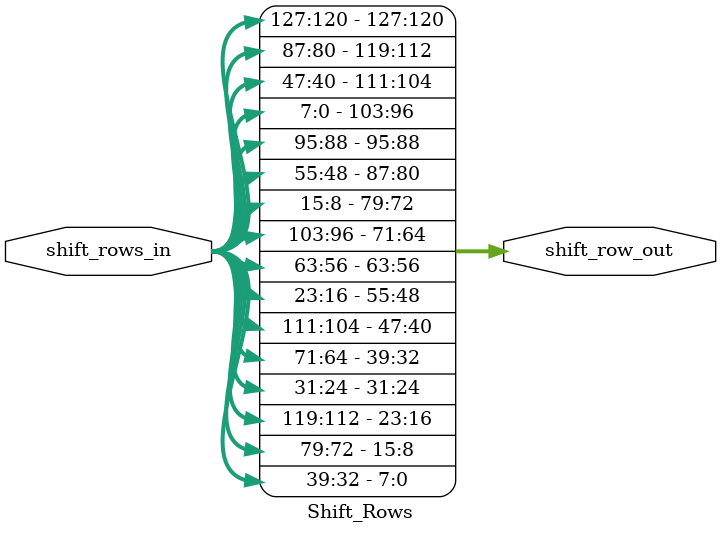
<source format=v>
`timescale 1ns / 1ps


module Shift_Rows(
                    input [127:0] shift_rows_in,
                    output [127:0] shift_row_out
                  );
begin
// row 0         
assign {shift_row_out[127:120],shift_row_out[95:88],shift_row_out[63:56],shift_row_out[31:24]} = 
       {shift_rows_in[127:120],shift_rows_in[95:88],shift_rows_in[63:56],shift_rows_in[31:24]};
// row 1
assign {shift_row_out[119:112],shift_row_out[87:80],shift_row_out[55:48],shift_row_out[23:16]} =
 
       {shift_rows_in[87:80],shift_rows_in[55:48],shift_rows_in[23:16],shift_rows_in[119:112]};
// row 2   
assign {shift_row_out[111:104],shift_row_out[79:72],shift_row_out[47:40],shift_row_out[15:8]}  = 
       {shift_rows_in[47:40],shift_rows_in[15:8],shift_rows_in[111:104],shift_rows_in[79:72]};
// row 3  
 assign {shift_row_out[103:96],shift_row_out[71:64],shift_row_out[39:32],shift_row_out[7:0]}   = 
        {shift_rows_in[7:0],shift_rows_in[103:96],shift_rows_in[71:64],shift_rows_in[39:32]};   
end
    
endmodule

</source>
